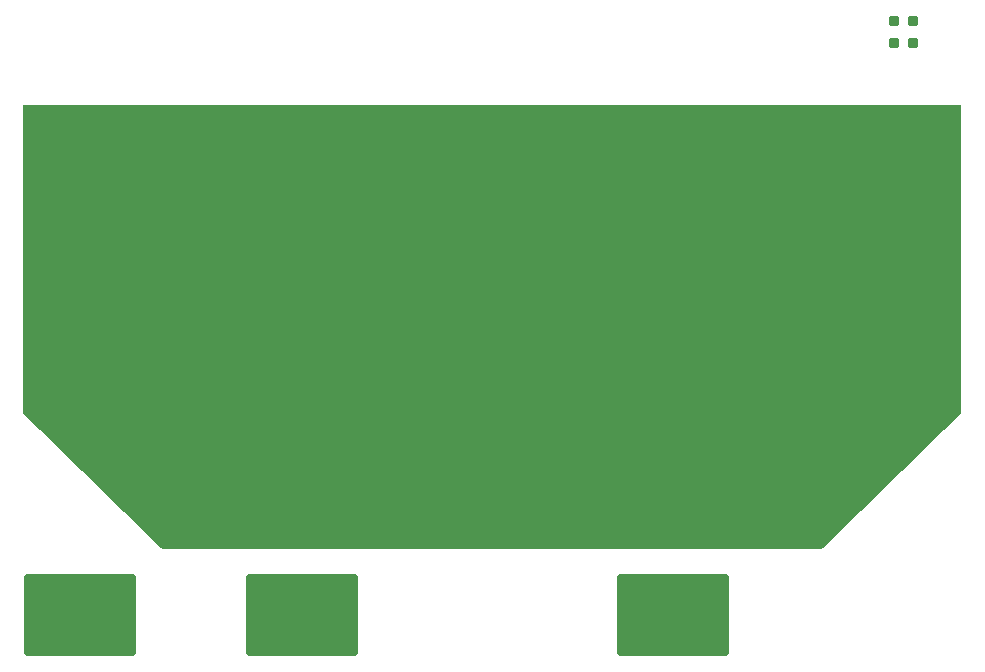
<source format=gtp>
G04 #@! TF.GenerationSoftware,KiCad,Pcbnew,8.0.2*
G04 #@! TF.CreationDate,2024-08-20T08:20:47+02:00*
G04 #@! TF.ProjectId,STS1_SIDEPANEL,53545331-5f53-4494-9445-50414e454c2e,rev?*
G04 #@! TF.SameCoordinates,Original*
G04 #@! TF.FileFunction,Paste,Top*
G04 #@! TF.FilePolarity,Positive*
%FSLAX46Y46*%
G04 Gerber Fmt 4.6, Leading zero omitted, Abs format (unit mm)*
G04 Created by KiCad (PCBNEW 8.0.2) date 2024-08-20 08:20:47*
%MOMM*%
%LPD*%
G01*
G04 APERTURE LIST*
G04 Aperture macros list*
%AMRoundRect*
0 Rectangle with rounded corners*
0 $1 Rounding radius*
0 $2 $3 $4 $5 $6 $7 $8 $9 X,Y pos of 4 corners*
0 Add a 4 corners polygon primitive as box body*
4,1,4,$2,$3,$4,$5,$6,$7,$8,$9,$2,$3,0*
0 Add four circle primitives for the rounded corners*
1,1,$1+$1,$2,$3*
1,1,$1+$1,$4,$5*
1,1,$1+$1,$6,$7*
1,1,$1+$1,$8,$9*
0 Add four rect primitives between the rounded corners*
20,1,$1+$1,$2,$3,$4,$5,0*
20,1,$1+$1,$4,$5,$6,$7,0*
20,1,$1+$1,$6,$7,$8,$9,0*
20,1,$1+$1,$8,$9,$2,$3,0*%
%AMFreePoly0*
4,1,17,27.998779,14.255902,28.009846,14.246565,39.669846,2.866565,39.698571,2.811843,39.696113,2.795000,39.700000,2.795000,39.700000,-2.795000,-39.700000,-2.795000,-39.700000,2.795000,-39.695106,2.795000,-39.695106,2.825902,-39.669846,2.866565,-28.009846,14.246565,-27.954442,14.273952,-27.940000,14.275000,27.940000,14.275000,27.998779,14.255902,27.998779,14.255902,$1*%
G04 Aperture macros list end*
%ADD10FreePoly0,180.000000*%
%ADD11R,79.400000X20.475000*%
%ADD12RoundRect,0.350000X4.400000X3.150000X-4.400000X3.150000X-4.400000X-3.150000X4.400000X-3.150000X0*%
%ADD13RoundRect,0.100000X0.300000X-0.300000X0.300000X0.300000X-0.300000X0.300000X-0.300000X-0.300000X0*%
G04 APERTURE END LIST*
D10*
X124949200Y-106314800D03*
D11*
X124949200Y-93282300D03*
D12*
X140279200Y-126209800D03*
X108819200Y-126209800D03*
X90024200Y-126204800D03*
D13*
X160550000Y-75940000D03*
X158950000Y-75940000D03*
X158950000Y-77840000D03*
X160550000Y-77840000D03*
M02*

</source>
